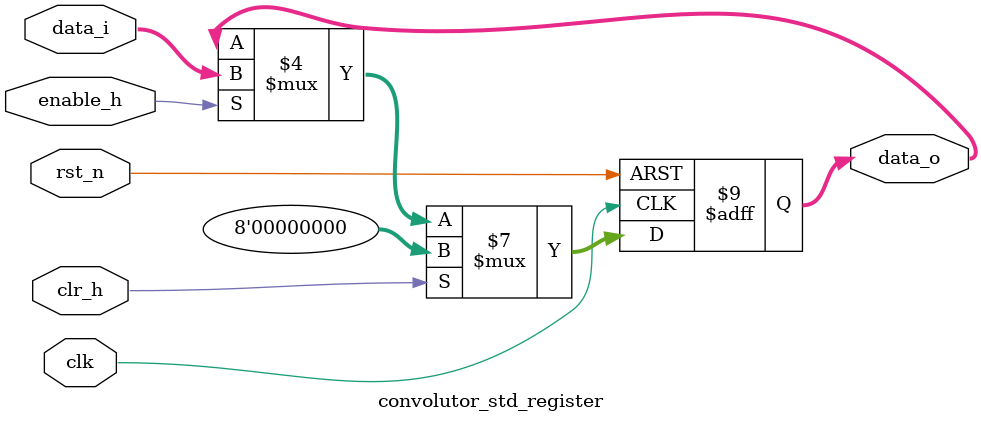
<source format=sv>

module convolutor_std_register # (
  parameter DATA_WIDTH = 8
  ) (
  input logic clk,
  input logic rst_n,
  input logic clr_h,
  input logic enable_h,
  input logic [DATA_WIDTH-1:0] data_i,
  output logic [DATA_WIDTH-1:0] data_o
);

  always_ff @(posedge clk or negedge rst_n) begin : proc_data_o
    if(~rst_n) begin
      data_o <= 0;
    end 
    else if (clr_h) begin
      data_o <= 0;
    end
    else if (enable_h) begin
      data_o <= data_i;
    end
    else begin
      data_o <= data_o;
    end
  end

endmodule : convolutor_std_register
</source>
